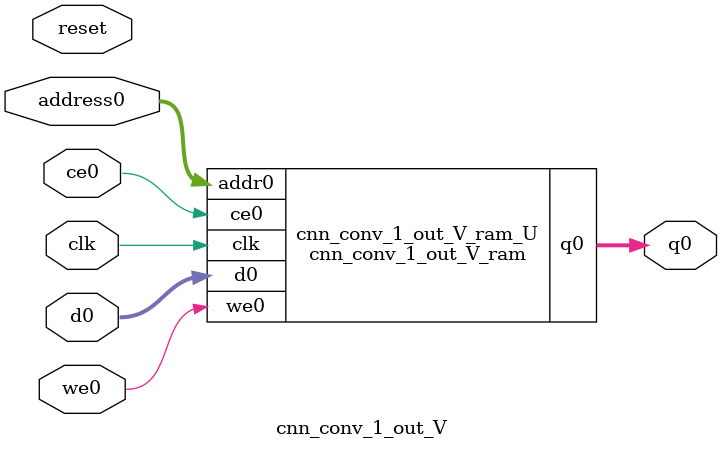
<source format=v>
`timescale 1 ns / 1 ps
module cnn_conv_1_out_V_ram (addr0, ce0, d0, we0, q0,  clk);

parameter DWIDTH = 14;
parameter AWIDTH = 12;
parameter MEM_SIZE = 4056;

input[AWIDTH-1:0] addr0;
input ce0;
input[DWIDTH-1:0] d0;
input we0;
output reg[DWIDTH-1:0] q0;
input clk;

(* ram_style = "block" *)reg [DWIDTH-1:0] ram[0:MEM_SIZE-1];




always @(posedge clk)  
begin 
    if (ce0) 
    begin
        if (we0) 
        begin 
            ram[addr0] <= d0; 
        end 
        q0 <= ram[addr0];
    end
end


endmodule

`timescale 1 ns / 1 ps
module cnn_conv_1_out_V(
    reset,
    clk,
    address0,
    ce0,
    we0,
    d0,
    q0);

parameter DataWidth = 32'd14;
parameter AddressRange = 32'd4056;
parameter AddressWidth = 32'd12;
input reset;
input clk;
input[AddressWidth - 1:0] address0;
input ce0;
input we0;
input[DataWidth - 1:0] d0;
output[DataWidth - 1:0] q0;



cnn_conv_1_out_V_ram cnn_conv_1_out_V_ram_U(
    .clk( clk ),
    .addr0( address0 ),
    .ce0( ce0 ),
    .we0( we0 ),
    .d0( d0 ),
    .q0( q0 ));

endmodule


</source>
